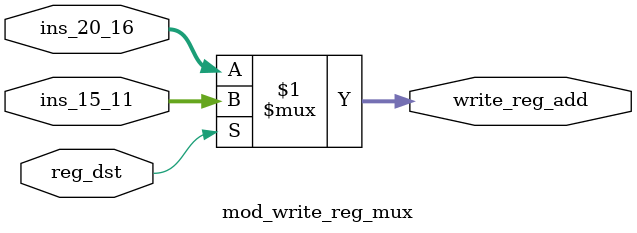
<source format=v>
module mod_write_reg_mux(input [4:0] ins_20_16,
                     input [4:0] ins_15_11,
                     input reg_dst,
                     output wire [4:0] write_reg_add);
assign write_reg_add=(reg_dst) ? ins_15_11 : ins_20_16;
/////////////////////////comment out for synthesis/////////////////////////
/*always@(reg_dst, ins_15_11,ins_20_16) begin
    $display("reg_dst : %b, ins_15_11 : %b, ins_20_16 %b", 
              reg_dst, ins_15_11, ins_20_16);
end*/
/////////////////////////comment out for synthesis/////////////////////////
endmodule

</source>
